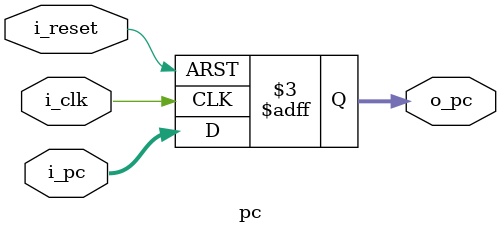
<source format=sv>
module pc (
	input  wire        i_clk,      // Clock input
	input  wire        i_reset,    // Active-low synchronous reset
	input  wire [31:0] i_pc,       // Input PC value (next PC)
	output reg  [31:0] o_pc        // Output PC value (current PC)
);

	// PC update logic
	always @(posedge i_clk or negedge i_reset) begin
		if (!i_reset)
			o_pc <= 32'b0;         // Reset PC to 0
		else
			o_pc <= i_pc;          // Update PC with new value
	end

endmodule

</source>
